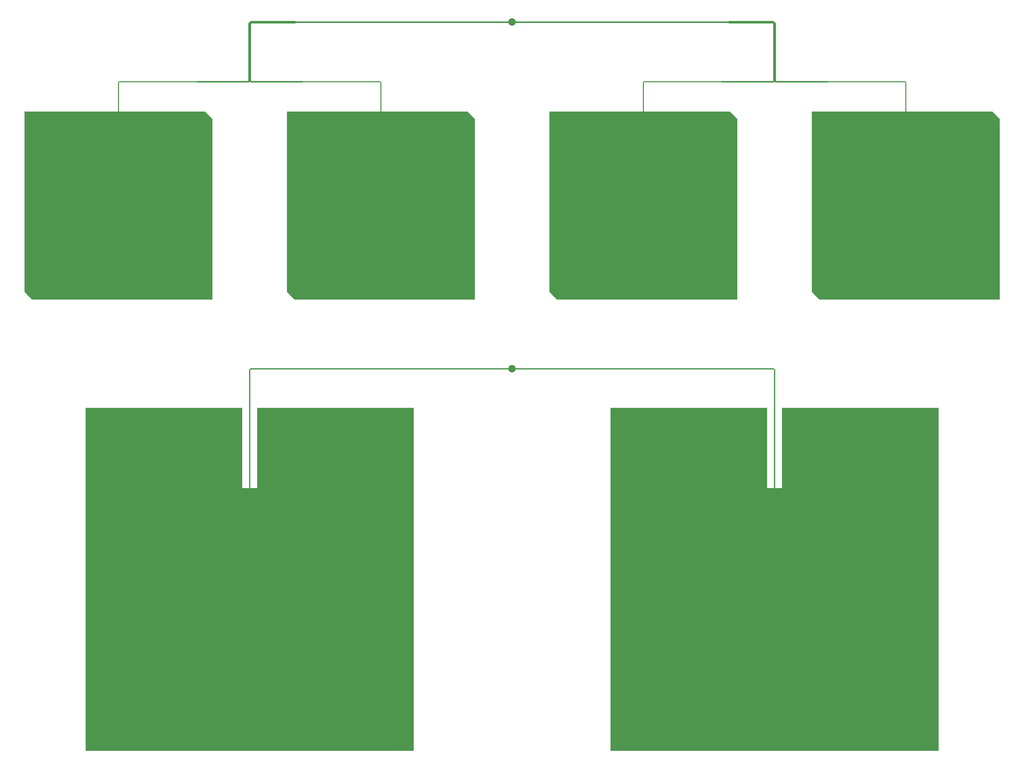
<source format=gtl>
G04 #@! TF.GenerationSoftware,KiCad,Pcbnew,no-vcs-found-7520~57~ubuntu14.04.1*
G04 #@! TF.CreationDate,2017-01-27T05:45:00+00:00*
G04 #@! TF.ProjectId,booster_panel,626F6F737465725F70616E656C2E6B69,rev?*
G04 #@! TF.FileFunction,Copper,L1,Top,Signal*
G04 #@! TF.FilePolarity,Positive*
%FSLAX46Y46*%
G04 Gerber Fmt 4.6, Leading zero omitted, Abs format (unit mm)*
G04 Created by KiCad (PCBNEW no-vcs-found-7520~57~ubuntu14.04.1) date Fri Jan 27 05:45:00 2017*
%MOMM*%
%LPD*%
G01*
G04 APERTURE LIST*
%ADD10C,0.100000*%
%ADD11C,2.500000*%
%ADD12C,0.050000*%
G04 APERTURE END LIST*
D10*
D11*
X235929200Y-64212700D03*
X235929200Y-180500000D03*
D12*
G36*
X236404200Y-63988700D02*
X236404680Y-63993577D01*
X236406103Y-63998267D01*
X236408413Y-64002589D01*
X236411522Y-64006378D01*
X236415311Y-64009487D01*
X236419633Y-64011797D01*
X236424323Y-64013220D01*
X236429200Y-64013700D01*
X308563800Y-64013700D01*
X308568677Y-64013220D01*
X308573367Y-64011797D01*
X308577689Y-64009487D01*
X308581478Y-64006378D01*
X308584587Y-64002589D01*
X308586897Y-63998267D01*
X308588320Y-63993577D01*
X308588800Y-63988700D01*
X308588800Y-63795700D01*
X323505444Y-63795700D01*
X324310800Y-64601056D01*
X324310800Y-83988700D01*
X324311280Y-83993577D01*
X324312703Y-83998267D01*
X324315013Y-84002589D01*
X324318122Y-84006378D01*
X324321911Y-84009487D01*
X324326233Y-84011797D01*
X324330923Y-84013220D01*
X324335800Y-84013700D01*
X341611100Y-84013700D01*
X341611100Y-84075200D01*
X341611580Y-84080077D01*
X341613003Y-84084767D01*
X341615313Y-84089089D01*
X341618422Y-84092878D01*
X341622211Y-84095987D01*
X341626533Y-84098297D01*
X341631223Y-84099720D01*
X341636100Y-84100200D01*
X367638344Y-84100200D01*
X367988600Y-84450456D01*
X367988600Y-94212700D01*
X367989080Y-94217577D01*
X367990503Y-94222267D01*
X367992813Y-94226589D01*
X367995922Y-94230378D01*
X367999711Y-94233487D01*
X368004033Y-94235797D01*
X368008723Y-94237220D01*
X368013600Y-94237700D01*
X396865744Y-94237700D01*
X399351100Y-96723056D01*
X399351100Y-157187700D01*
X338886456Y-157187700D01*
X336401100Y-154702344D01*
X336401100Y-94237700D01*
X367738600Y-94237700D01*
X367743477Y-94237220D01*
X367748167Y-94235797D01*
X367752489Y-94233487D01*
X367756278Y-94230378D01*
X367759387Y-94226589D01*
X367761697Y-94222267D01*
X367763120Y-94217577D01*
X367763600Y-94212700D01*
X367763600Y-84350200D01*
X367763120Y-84345323D01*
X367761697Y-84340633D01*
X367759387Y-84336311D01*
X367756278Y-84332522D01*
X367752489Y-84329413D01*
X367748167Y-84327103D01*
X367743477Y-84325680D01*
X367738600Y-84325200D01*
X341636100Y-84325200D01*
X341631223Y-84325680D01*
X341626533Y-84327103D01*
X341622211Y-84329413D01*
X341618422Y-84332522D01*
X341615313Y-84336311D01*
X341613003Y-84340633D01*
X341611580Y-84345323D01*
X341611100Y-84350200D01*
X341611100Y-84411700D01*
X324191856Y-84411700D01*
X323975178Y-84195022D01*
X323971389Y-84191913D01*
X323967067Y-84189603D01*
X323962377Y-84188180D01*
X323957500Y-84187700D01*
X323830100Y-84187700D01*
X323825223Y-84188180D01*
X323820533Y-84189603D01*
X323816211Y-84191913D01*
X323812422Y-84195022D01*
X323595744Y-84411700D01*
X306176500Y-84411700D01*
X306176500Y-84350200D01*
X306176020Y-84345323D01*
X306174597Y-84340633D01*
X306172287Y-84336311D01*
X306169178Y-84332522D01*
X306165389Y-84329413D01*
X306161067Y-84327103D01*
X306156377Y-84325680D01*
X306151500Y-84325200D01*
X280049000Y-84325200D01*
X280044123Y-84325680D01*
X280039433Y-84327103D01*
X280035111Y-84329413D01*
X280031322Y-84332522D01*
X280028213Y-84336311D01*
X280025903Y-84340633D01*
X280024480Y-84345323D01*
X280024000Y-84350200D01*
X280024000Y-94212700D01*
X280024480Y-94217577D01*
X280025903Y-94222267D01*
X280028213Y-94226589D01*
X280031322Y-94230378D01*
X280035111Y-94233487D01*
X280039433Y-94235797D01*
X280044123Y-94237220D01*
X280049000Y-94237700D01*
X308901144Y-94237700D01*
X311386500Y-96723056D01*
X311386500Y-157187700D01*
X250921856Y-157187700D01*
X248436500Y-154702344D01*
X248436500Y-94237700D01*
X279774000Y-94237700D01*
X279778877Y-94237220D01*
X279783567Y-94235797D01*
X279787889Y-94233487D01*
X279791678Y-94230378D01*
X279794787Y-94226589D01*
X279797097Y-94222267D01*
X279798520Y-94217577D01*
X279799000Y-94212700D01*
X279799000Y-84450456D01*
X280149256Y-84100200D01*
X306151500Y-84100200D01*
X306156377Y-84099720D01*
X306161067Y-84098297D01*
X306165389Y-84095987D01*
X306169178Y-84092878D01*
X306172287Y-84089089D01*
X306174597Y-84084767D01*
X306176020Y-84080077D01*
X306176500Y-84075200D01*
X306176500Y-84013700D01*
X323451800Y-84013700D01*
X323456677Y-84013220D01*
X323461367Y-84011797D01*
X323465689Y-84009487D01*
X323469478Y-84006378D01*
X323472587Y-84002589D01*
X323474897Y-83998267D01*
X323476320Y-83993577D01*
X323476800Y-83988700D01*
X323476800Y-64654700D01*
X323476320Y-64649823D01*
X323474897Y-64645133D01*
X323472587Y-64640811D01*
X323469478Y-64637022D01*
X323465689Y-64633913D01*
X323461367Y-64631603D01*
X323456677Y-64630180D01*
X323451800Y-64629700D01*
X308588800Y-64629700D01*
X308588800Y-64436700D01*
X308588320Y-64431823D01*
X308586897Y-64427133D01*
X308584587Y-64422811D01*
X308581478Y-64419022D01*
X308577689Y-64415913D01*
X308573367Y-64413603D01*
X308568677Y-64412180D01*
X308563800Y-64411700D01*
X236429200Y-64411700D01*
X236424323Y-64412180D01*
X236419633Y-64413603D01*
X236415311Y-64415913D01*
X236411522Y-64419022D01*
X236408413Y-64422811D01*
X236406103Y-64427133D01*
X236404680Y-64431823D01*
X236404200Y-64436700D01*
X236404200Y-64687700D01*
X235454200Y-64687700D01*
X235454200Y-64436700D01*
X235453720Y-64431823D01*
X235452297Y-64427133D01*
X235449987Y-64422811D01*
X235446878Y-64419022D01*
X235443089Y-64415913D01*
X235438767Y-64413603D01*
X235434077Y-64412180D01*
X235429200Y-64411700D01*
X163294600Y-64411700D01*
X163289723Y-64412180D01*
X163285033Y-64413603D01*
X163280711Y-64415913D01*
X163276922Y-64419022D01*
X163273813Y-64422811D01*
X163271503Y-64427133D01*
X163270080Y-64431823D01*
X163269600Y-64436700D01*
X163269600Y-64629700D01*
X148406600Y-64629700D01*
X148401723Y-64630180D01*
X148397033Y-64631603D01*
X148392711Y-64633913D01*
X148388922Y-64637022D01*
X148385813Y-64640811D01*
X148383503Y-64645133D01*
X148382080Y-64649823D01*
X148381600Y-64654700D01*
X148381600Y-83988700D01*
X148382080Y-83993577D01*
X148383503Y-83998267D01*
X148385813Y-84002589D01*
X148388922Y-84006378D01*
X148392711Y-84009487D01*
X148397033Y-84011797D01*
X148401723Y-84013220D01*
X148406600Y-84013700D01*
X165681900Y-84013700D01*
X165681900Y-84075200D01*
X165682380Y-84080077D01*
X165683803Y-84084767D01*
X165686113Y-84089089D01*
X165689222Y-84092878D01*
X165693011Y-84095987D01*
X165697333Y-84098297D01*
X165702023Y-84099720D01*
X165706900Y-84100200D01*
X191709144Y-84100200D01*
X192059400Y-84450456D01*
X192059400Y-94212700D01*
X192059880Y-94217577D01*
X192061303Y-94222267D01*
X192063613Y-94226589D01*
X192066722Y-94230378D01*
X192070511Y-94233487D01*
X192074833Y-94235797D01*
X192079523Y-94237220D01*
X192084400Y-94237700D01*
X220936544Y-94237700D01*
X223421900Y-96723056D01*
X223421900Y-157187700D01*
X162957256Y-157187700D01*
X160471900Y-154702344D01*
X160471900Y-94237700D01*
X191809400Y-94237700D01*
X191814277Y-94237220D01*
X191818967Y-94235797D01*
X191823289Y-94233487D01*
X191827078Y-94230378D01*
X191830187Y-94226589D01*
X191832497Y-94222267D01*
X191833920Y-94217577D01*
X191834400Y-94212700D01*
X191834400Y-84350200D01*
X191833920Y-84345323D01*
X191832497Y-84340633D01*
X191830187Y-84336311D01*
X191827078Y-84332522D01*
X191823289Y-84329413D01*
X191818967Y-84327103D01*
X191814277Y-84325680D01*
X191809400Y-84325200D01*
X165706900Y-84325200D01*
X165702023Y-84325680D01*
X165697333Y-84327103D01*
X165693011Y-84329413D01*
X165689222Y-84332522D01*
X165686113Y-84336311D01*
X165683803Y-84340633D01*
X165682380Y-84345323D01*
X165681900Y-84350200D01*
X165681900Y-84411700D01*
X148262656Y-84411700D01*
X148045978Y-84195022D01*
X148042189Y-84191913D01*
X148037867Y-84189603D01*
X148033177Y-84188180D01*
X148028300Y-84187700D01*
X147900900Y-84187700D01*
X147896023Y-84188180D01*
X147891333Y-84189603D01*
X147887011Y-84191913D01*
X147883222Y-84195022D01*
X147666544Y-84411700D01*
X130247300Y-84411700D01*
X130247300Y-84350200D01*
X130246820Y-84345323D01*
X130245397Y-84340633D01*
X130243087Y-84336311D01*
X130239978Y-84332522D01*
X130236189Y-84329413D01*
X130231867Y-84327103D01*
X130227177Y-84325680D01*
X130222300Y-84325200D01*
X104119800Y-84325200D01*
X104114923Y-84325680D01*
X104110233Y-84327103D01*
X104105911Y-84329413D01*
X104102122Y-84332522D01*
X104099013Y-84336311D01*
X104096703Y-84340633D01*
X104095280Y-84345323D01*
X104094800Y-84350200D01*
X104094800Y-94212700D01*
X104095280Y-94217577D01*
X104096703Y-94222267D01*
X104099013Y-94226589D01*
X104102122Y-94230378D01*
X104105911Y-94233487D01*
X104110233Y-94235797D01*
X104114923Y-94237220D01*
X104119800Y-94237700D01*
X132971944Y-94237700D01*
X135457300Y-96723056D01*
X135457300Y-157187700D01*
X74992656Y-157187700D01*
X72507300Y-154702344D01*
X72507300Y-94237700D01*
X103844800Y-94237700D01*
X103849677Y-94237220D01*
X103854367Y-94235797D01*
X103858689Y-94233487D01*
X103862478Y-94230378D01*
X103865587Y-94226589D01*
X103867897Y-94222267D01*
X103869320Y-94217577D01*
X103869800Y-94212700D01*
X103869800Y-84450456D01*
X104220056Y-84100200D01*
X130222300Y-84100200D01*
X130227177Y-84099720D01*
X130231867Y-84098297D01*
X130236189Y-84095987D01*
X130239978Y-84092878D01*
X130243087Y-84089089D01*
X130245397Y-84084767D01*
X130246820Y-84080077D01*
X130247300Y-84075200D01*
X130247300Y-84013700D01*
X147522600Y-84013700D01*
X147527477Y-84013220D01*
X147532167Y-84011797D01*
X147536489Y-84009487D01*
X147540278Y-84006378D01*
X147543387Y-84002589D01*
X147545697Y-83998267D01*
X147547120Y-83993577D01*
X147547600Y-83988700D01*
X147547600Y-64601056D01*
X148352956Y-63795700D01*
X163269600Y-63795700D01*
X163269600Y-63988700D01*
X163270080Y-63993577D01*
X163271503Y-63998267D01*
X163273813Y-64002589D01*
X163276922Y-64006378D01*
X163280711Y-64009487D01*
X163285033Y-64011797D01*
X163289723Y-64013220D01*
X163294600Y-64013700D01*
X235429200Y-64013700D01*
X235434077Y-64013220D01*
X235438767Y-64011797D01*
X235443089Y-64009487D01*
X235446878Y-64006378D01*
X235449987Y-64002589D01*
X235452297Y-63998267D01*
X235453720Y-63993577D01*
X235454200Y-63988700D01*
X235454200Y-63737700D01*
X236404200Y-63737700D01*
X236404200Y-63988700D01*
X236404200Y-63988700D01*
G37*
X236404200Y-63988700D02*
X236404680Y-63993577D01*
X236406103Y-63998267D01*
X236408413Y-64002589D01*
X236411522Y-64006378D01*
X236415311Y-64009487D01*
X236419633Y-64011797D01*
X236424323Y-64013220D01*
X236429200Y-64013700D01*
X308563800Y-64013700D01*
X308568677Y-64013220D01*
X308573367Y-64011797D01*
X308577689Y-64009487D01*
X308581478Y-64006378D01*
X308584587Y-64002589D01*
X308586897Y-63998267D01*
X308588320Y-63993577D01*
X308588800Y-63988700D01*
X308588800Y-63795700D01*
X323505444Y-63795700D01*
X324310800Y-64601056D01*
X324310800Y-83988700D01*
X324311280Y-83993577D01*
X324312703Y-83998267D01*
X324315013Y-84002589D01*
X324318122Y-84006378D01*
X324321911Y-84009487D01*
X324326233Y-84011797D01*
X324330923Y-84013220D01*
X324335800Y-84013700D01*
X341611100Y-84013700D01*
X341611100Y-84075200D01*
X341611580Y-84080077D01*
X341613003Y-84084767D01*
X341615313Y-84089089D01*
X341618422Y-84092878D01*
X341622211Y-84095987D01*
X341626533Y-84098297D01*
X341631223Y-84099720D01*
X341636100Y-84100200D01*
X367638344Y-84100200D01*
X367988600Y-84450456D01*
X367988600Y-94212700D01*
X367989080Y-94217577D01*
X367990503Y-94222267D01*
X367992813Y-94226589D01*
X367995922Y-94230378D01*
X367999711Y-94233487D01*
X368004033Y-94235797D01*
X368008723Y-94237220D01*
X368013600Y-94237700D01*
X396865744Y-94237700D01*
X399351100Y-96723056D01*
X399351100Y-157187700D01*
X338886456Y-157187700D01*
X336401100Y-154702344D01*
X336401100Y-94237700D01*
X367738600Y-94237700D01*
X367743477Y-94237220D01*
X367748167Y-94235797D01*
X367752489Y-94233487D01*
X367756278Y-94230378D01*
X367759387Y-94226589D01*
X367761697Y-94222267D01*
X367763120Y-94217577D01*
X367763600Y-94212700D01*
X367763600Y-84350200D01*
X367763120Y-84345323D01*
X367761697Y-84340633D01*
X367759387Y-84336311D01*
X367756278Y-84332522D01*
X367752489Y-84329413D01*
X367748167Y-84327103D01*
X367743477Y-84325680D01*
X367738600Y-84325200D01*
X341636100Y-84325200D01*
X341631223Y-84325680D01*
X341626533Y-84327103D01*
X341622211Y-84329413D01*
X341618422Y-84332522D01*
X341615313Y-84336311D01*
X341613003Y-84340633D01*
X341611580Y-84345323D01*
X341611100Y-84350200D01*
X341611100Y-84411700D01*
X324191856Y-84411700D01*
X323975178Y-84195022D01*
X323971389Y-84191913D01*
X323967067Y-84189603D01*
X323962377Y-84188180D01*
X323957500Y-84187700D01*
X323830100Y-84187700D01*
X323825223Y-84188180D01*
X323820533Y-84189603D01*
X323816211Y-84191913D01*
X323812422Y-84195022D01*
X323595744Y-84411700D01*
X306176500Y-84411700D01*
X306176500Y-84350200D01*
X306176020Y-84345323D01*
X306174597Y-84340633D01*
X306172287Y-84336311D01*
X306169178Y-84332522D01*
X306165389Y-84329413D01*
X306161067Y-84327103D01*
X306156377Y-84325680D01*
X306151500Y-84325200D01*
X280049000Y-84325200D01*
X280044123Y-84325680D01*
X280039433Y-84327103D01*
X280035111Y-84329413D01*
X280031322Y-84332522D01*
X280028213Y-84336311D01*
X280025903Y-84340633D01*
X280024480Y-84345323D01*
X280024000Y-84350200D01*
X280024000Y-94212700D01*
X280024480Y-94217577D01*
X280025903Y-94222267D01*
X280028213Y-94226589D01*
X280031322Y-94230378D01*
X280035111Y-94233487D01*
X280039433Y-94235797D01*
X280044123Y-94237220D01*
X280049000Y-94237700D01*
X308901144Y-94237700D01*
X311386500Y-96723056D01*
X311386500Y-157187700D01*
X250921856Y-157187700D01*
X248436500Y-154702344D01*
X248436500Y-94237700D01*
X279774000Y-94237700D01*
X279778877Y-94237220D01*
X279783567Y-94235797D01*
X279787889Y-94233487D01*
X279791678Y-94230378D01*
X279794787Y-94226589D01*
X279797097Y-94222267D01*
X279798520Y-94217577D01*
X279799000Y-94212700D01*
X279799000Y-84450456D01*
X280149256Y-84100200D01*
X306151500Y-84100200D01*
X306156377Y-84099720D01*
X306161067Y-84098297D01*
X306165389Y-84095987D01*
X306169178Y-84092878D01*
X306172287Y-84089089D01*
X306174597Y-84084767D01*
X306176020Y-84080077D01*
X306176500Y-84075200D01*
X306176500Y-84013700D01*
X323451800Y-84013700D01*
X323456677Y-84013220D01*
X323461367Y-84011797D01*
X323465689Y-84009487D01*
X323469478Y-84006378D01*
X323472587Y-84002589D01*
X323474897Y-83998267D01*
X323476320Y-83993577D01*
X323476800Y-83988700D01*
X323476800Y-64654700D01*
X323476320Y-64649823D01*
X323474897Y-64645133D01*
X323472587Y-64640811D01*
X323469478Y-64637022D01*
X323465689Y-64633913D01*
X323461367Y-64631603D01*
X323456677Y-64630180D01*
X323451800Y-64629700D01*
X308588800Y-64629700D01*
X308588800Y-64436700D01*
X308588320Y-64431823D01*
X308586897Y-64427133D01*
X308584587Y-64422811D01*
X308581478Y-64419022D01*
X308577689Y-64415913D01*
X308573367Y-64413603D01*
X308568677Y-64412180D01*
X308563800Y-64411700D01*
X236429200Y-64411700D01*
X236424323Y-64412180D01*
X236419633Y-64413603D01*
X236415311Y-64415913D01*
X236411522Y-64419022D01*
X236408413Y-64422811D01*
X236406103Y-64427133D01*
X236404680Y-64431823D01*
X236404200Y-64436700D01*
X236404200Y-64687700D01*
X235454200Y-64687700D01*
X235454200Y-64436700D01*
X235453720Y-64431823D01*
X235452297Y-64427133D01*
X235449987Y-64422811D01*
X235446878Y-64419022D01*
X235443089Y-64415913D01*
X235438767Y-64413603D01*
X235434077Y-64412180D01*
X235429200Y-64411700D01*
X163294600Y-64411700D01*
X163289723Y-64412180D01*
X163285033Y-64413603D01*
X163280711Y-64415913D01*
X163276922Y-64419022D01*
X163273813Y-64422811D01*
X163271503Y-64427133D01*
X163270080Y-64431823D01*
X163269600Y-64436700D01*
X163269600Y-64629700D01*
X148406600Y-64629700D01*
X148401723Y-64630180D01*
X148397033Y-64631603D01*
X148392711Y-64633913D01*
X148388922Y-64637022D01*
X148385813Y-64640811D01*
X148383503Y-64645133D01*
X148382080Y-64649823D01*
X148381600Y-64654700D01*
X148381600Y-83988700D01*
X148382080Y-83993577D01*
X148383503Y-83998267D01*
X148385813Y-84002589D01*
X148388922Y-84006378D01*
X148392711Y-84009487D01*
X148397033Y-84011797D01*
X148401723Y-84013220D01*
X148406600Y-84013700D01*
X165681900Y-84013700D01*
X165681900Y-84075200D01*
X165682380Y-84080077D01*
X165683803Y-84084767D01*
X165686113Y-84089089D01*
X165689222Y-84092878D01*
X165693011Y-84095987D01*
X165697333Y-84098297D01*
X165702023Y-84099720D01*
X165706900Y-84100200D01*
X191709144Y-84100200D01*
X192059400Y-84450456D01*
X192059400Y-94212700D01*
X192059880Y-94217577D01*
X192061303Y-94222267D01*
X192063613Y-94226589D01*
X192066722Y-94230378D01*
X192070511Y-94233487D01*
X192074833Y-94235797D01*
X192079523Y-94237220D01*
X192084400Y-94237700D01*
X220936544Y-94237700D01*
X223421900Y-96723056D01*
X223421900Y-157187700D01*
X162957256Y-157187700D01*
X160471900Y-154702344D01*
X160471900Y-94237700D01*
X191809400Y-94237700D01*
X191814277Y-94237220D01*
X191818967Y-94235797D01*
X191823289Y-94233487D01*
X191827078Y-94230378D01*
X191830187Y-94226589D01*
X191832497Y-94222267D01*
X191833920Y-94217577D01*
X191834400Y-94212700D01*
X191834400Y-84350200D01*
X191833920Y-84345323D01*
X191832497Y-84340633D01*
X191830187Y-84336311D01*
X191827078Y-84332522D01*
X191823289Y-84329413D01*
X191818967Y-84327103D01*
X191814277Y-84325680D01*
X191809400Y-84325200D01*
X165706900Y-84325200D01*
X165702023Y-84325680D01*
X165697333Y-84327103D01*
X165693011Y-84329413D01*
X165689222Y-84332522D01*
X165686113Y-84336311D01*
X165683803Y-84340633D01*
X165682380Y-84345323D01*
X165681900Y-84350200D01*
X165681900Y-84411700D01*
X148262656Y-84411700D01*
X148045978Y-84195022D01*
X148042189Y-84191913D01*
X148037867Y-84189603D01*
X148033177Y-84188180D01*
X148028300Y-84187700D01*
X147900900Y-84187700D01*
X147896023Y-84188180D01*
X147891333Y-84189603D01*
X147887011Y-84191913D01*
X147883222Y-84195022D01*
X147666544Y-84411700D01*
X130247300Y-84411700D01*
X130247300Y-84350200D01*
X130246820Y-84345323D01*
X130245397Y-84340633D01*
X130243087Y-84336311D01*
X130239978Y-84332522D01*
X130236189Y-84329413D01*
X130231867Y-84327103D01*
X130227177Y-84325680D01*
X130222300Y-84325200D01*
X104119800Y-84325200D01*
X104114923Y-84325680D01*
X104110233Y-84327103D01*
X104105911Y-84329413D01*
X104102122Y-84332522D01*
X104099013Y-84336311D01*
X104096703Y-84340633D01*
X104095280Y-84345323D01*
X104094800Y-84350200D01*
X104094800Y-94212700D01*
X104095280Y-94217577D01*
X104096703Y-94222267D01*
X104099013Y-94226589D01*
X104102122Y-94230378D01*
X104105911Y-94233487D01*
X104110233Y-94235797D01*
X104114923Y-94237220D01*
X104119800Y-94237700D01*
X132971944Y-94237700D01*
X135457300Y-96723056D01*
X135457300Y-157187700D01*
X74992656Y-157187700D01*
X72507300Y-154702344D01*
X72507300Y-94237700D01*
X103844800Y-94237700D01*
X103849677Y-94237220D01*
X103854367Y-94235797D01*
X103858689Y-94233487D01*
X103862478Y-94230378D01*
X103865587Y-94226589D01*
X103867897Y-94222267D01*
X103869320Y-94217577D01*
X103869800Y-94212700D01*
X103869800Y-84450456D01*
X104220056Y-84100200D01*
X130222300Y-84100200D01*
X130227177Y-84099720D01*
X130231867Y-84098297D01*
X130236189Y-84095987D01*
X130239978Y-84092878D01*
X130243087Y-84089089D01*
X130245397Y-84084767D01*
X130246820Y-84080077D01*
X130247300Y-84075200D01*
X130247300Y-84013700D01*
X147522600Y-84013700D01*
X147527477Y-84013220D01*
X147532167Y-84011797D01*
X147536489Y-84009487D01*
X147540278Y-84006378D01*
X147543387Y-84002589D01*
X147545697Y-83998267D01*
X147547120Y-83993577D01*
X147547600Y-83988700D01*
X147547600Y-64601056D01*
X148352956Y-63795700D01*
X163269600Y-63795700D01*
X163269600Y-63988700D01*
X163270080Y-63993577D01*
X163271503Y-63998267D01*
X163273813Y-64002589D01*
X163276922Y-64006378D01*
X163280711Y-64009487D01*
X163285033Y-64011797D01*
X163289723Y-64013220D01*
X163294600Y-64013700D01*
X235429200Y-64013700D01*
X235434077Y-64013220D01*
X235438767Y-64011797D01*
X235443089Y-64009487D01*
X235446878Y-64006378D01*
X235449987Y-64002589D01*
X235452297Y-63998267D01*
X235453720Y-63993577D01*
X235454200Y-63988700D01*
X235454200Y-63737700D01*
X236404200Y-63737700D01*
X236404200Y-63988700D01*
G36*
X236404200Y-180276000D02*
X236404680Y-180280877D01*
X236406103Y-180285567D01*
X236408413Y-180289889D01*
X236411522Y-180293678D01*
X236415311Y-180296787D01*
X236419633Y-180299097D01*
X236424323Y-180300520D01*
X236429200Y-180301000D01*
X323595744Y-180301000D01*
X324092800Y-180798056D01*
X324092800Y-220500000D01*
X324093280Y-220504877D01*
X324094703Y-220509567D01*
X324097013Y-220513889D01*
X324100122Y-220517678D01*
X324103911Y-220520787D01*
X324108233Y-220523097D01*
X324112923Y-220524520D01*
X324117800Y-220525000D01*
X326393800Y-220525000D01*
X326398677Y-220524520D01*
X326403367Y-220523097D01*
X326407689Y-220520787D01*
X326411478Y-220517678D01*
X326414587Y-220513889D01*
X326416897Y-220509567D01*
X326418320Y-220504877D01*
X326418800Y-220500000D01*
X326418800Y-193666800D01*
X378868800Y-193666800D01*
X378868800Y-308616800D01*
X268918800Y-308616800D01*
X268918800Y-193666800D01*
X321368800Y-193666800D01*
X321368800Y-220500000D01*
X321369280Y-220504877D01*
X321370703Y-220509567D01*
X321373013Y-220513889D01*
X321376122Y-220517678D01*
X321379911Y-220520787D01*
X321384233Y-220523097D01*
X321388923Y-220524520D01*
X321393800Y-220525000D01*
X323669800Y-220525000D01*
X323674677Y-220524520D01*
X323679367Y-220523097D01*
X323683689Y-220520787D01*
X323687478Y-220517678D01*
X323690587Y-220513889D01*
X323692897Y-220509567D01*
X323694320Y-220504877D01*
X323694800Y-220500000D01*
X323694800Y-180724000D01*
X323694320Y-180719123D01*
X323692897Y-180714433D01*
X323690587Y-180710111D01*
X323687478Y-180706322D01*
X323683689Y-180703213D01*
X323679367Y-180700903D01*
X323674677Y-180699480D01*
X323669800Y-180699000D01*
X236429200Y-180699000D01*
X236424323Y-180699480D01*
X236419633Y-180700903D01*
X236415311Y-180703213D01*
X236411522Y-180706322D01*
X236408413Y-180710111D01*
X236406103Y-180714433D01*
X236404680Y-180719123D01*
X236404200Y-180724000D01*
X236404200Y-180975000D01*
X235454200Y-180975000D01*
X235454200Y-180724000D01*
X235453720Y-180719123D01*
X235452297Y-180714433D01*
X235449987Y-180710111D01*
X235446878Y-180706322D01*
X235443089Y-180703213D01*
X235438767Y-180700903D01*
X235434077Y-180699480D01*
X235429200Y-180699000D01*
X148188600Y-180699000D01*
X148183723Y-180699480D01*
X148179033Y-180700903D01*
X148174711Y-180703213D01*
X148170922Y-180706322D01*
X148167813Y-180710111D01*
X148165503Y-180714433D01*
X148164080Y-180719123D01*
X148163600Y-180724000D01*
X148163600Y-220500000D01*
X148164080Y-220504877D01*
X148165503Y-220509567D01*
X148167813Y-220513889D01*
X148170922Y-220517678D01*
X148174711Y-220520787D01*
X148179033Y-220523097D01*
X148183723Y-220524520D01*
X148188600Y-220525000D01*
X150464600Y-220525000D01*
X150469477Y-220524520D01*
X150474167Y-220523097D01*
X150478489Y-220520787D01*
X150482278Y-220517678D01*
X150485387Y-220513889D01*
X150487697Y-220509567D01*
X150489120Y-220504877D01*
X150489600Y-220500000D01*
X150489600Y-193666800D01*
X202939600Y-193666800D01*
X202939600Y-308616800D01*
X92989600Y-308616800D01*
X92989600Y-193666800D01*
X145439600Y-193666800D01*
X145439600Y-220500000D01*
X145440080Y-220504877D01*
X145441503Y-220509567D01*
X145443813Y-220513889D01*
X145446922Y-220517678D01*
X145450711Y-220520787D01*
X145455033Y-220523097D01*
X145459723Y-220524520D01*
X145464600Y-220525000D01*
X147740600Y-220525000D01*
X147745477Y-220524520D01*
X147750167Y-220523097D01*
X147754489Y-220520787D01*
X147758278Y-220517678D01*
X147761387Y-220513889D01*
X147763697Y-220509567D01*
X147765120Y-220504877D01*
X147765600Y-220500000D01*
X147765600Y-180798056D01*
X148262656Y-180301000D01*
X235429200Y-180301000D01*
X235434077Y-180300520D01*
X235438767Y-180299097D01*
X235443089Y-180296787D01*
X235446878Y-180293678D01*
X235449987Y-180289889D01*
X235452297Y-180285567D01*
X235453720Y-180280877D01*
X235454200Y-180276000D01*
X235454200Y-180025000D01*
X236404200Y-180025000D01*
X236404200Y-180276000D01*
X236404200Y-180276000D01*
G37*
X236404200Y-180276000D02*
X236404680Y-180280877D01*
X236406103Y-180285567D01*
X236408413Y-180289889D01*
X236411522Y-180293678D01*
X236415311Y-180296787D01*
X236419633Y-180299097D01*
X236424323Y-180300520D01*
X236429200Y-180301000D01*
X323595744Y-180301000D01*
X324092800Y-180798056D01*
X324092800Y-220500000D01*
X324093280Y-220504877D01*
X324094703Y-220509567D01*
X324097013Y-220513889D01*
X324100122Y-220517678D01*
X324103911Y-220520787D01*
X324108233Y-220523097D01*
X324112923Y-220524520D01*
X324117800Y-220525000D01*
X326393800Y-220525000D01*
X326398677Y-220524520D01*
X326403367Y-220523097D01*
X326407689Y-220520787D01*
X326411478Y-220517678D01*
X326414587Y-220513889D01*
X326416897Y-220509567D01*
X326418320Y-220504877D01*
X326418800Y-220500000D01*
X326418800Y-193666800D01*
X378868800Y-193666800D01*
X378868800Y-308616800D01*
X268918800Y-308616800D01*
X268918800Y-193666800D01*
X321368800Y-193666800D01*
X321368800Y-220500000D01*
X321369280Y-220504877D01*
X321370703Y-220509567D01*
X321373013Y-220513889D01*
X321376122Y-220517678D01*
X321379911Y-220520787D01*
X321384233Y-220523097D01*
X321388923Y-220524520D01*
X321393800Y-220525000D01*
X323669800Y-220525000D01*
X323674677Y-220524520D01*
X323679367Y-220523097D01*
X323683689Y-220520787D01*
X323687478Y-220517678D01*
X323690587Y-220513889D01*
X323692897Y-220509567D01*
X323694320Y-220504877D01*
X323694800Y-220500000D01*
X323694800Y-180724000D01*
X323694320Y-180719123D01*
X323692897Y-180714433D01*
X323690587Y-180710111D01*
X323687478Y-180706322D01*
X323683689Y-180703213D01*
X323679367Y-180700903D01*
X323674677Y-180699480D01*
X323669800Y-180699000D01*
X236429200Y-180699000D01*
X236424323Y-180699480D01*
X236419633Y-180700903D01*
X236415311Y-180703213D01*
X236411522Y-180706322D01*
X236408413Y-180710111D01*
X236406103Y-180714433D01*
X236404680Y-180719123D01*
X236404200Y-180724000D01*
X236404200Y-180975000D01*
X235454200Y-180975000D01*
X235454200Y-180724000D01*
X235453720Y-180719123D01*
X235452297Y-180714433D01*
X235449987Y-180710111D01*
X235446878Y-180706322D01*
X235443089Y-180703213D01*
X235438767Y-180700903D01*
X235434077Y-180699480D01*
X235429200Y-180699000D01*
X148188600Y-180699000D01*
X148183723Y-180699480D01*
X148179033Y-180700903D01*
X148174711Y-180703213D01*
X148170922Y-180706322D01*
X148167813Y-180710111D01*
X148165503Y-180714433D01*
X148164080Y-180719123D01*
X148163600Y-180724000D01*
X148163600Y-220500000D01*
X148164080Y-220504877D01*
X148165503Y-220509567D01*
X148167813Y-220513889D01*
X148170922Y-220517678D01*
X148174711Y-220520787D01*
X148179033Y-220523097D01*
X148183723Y-220524520D01*
X148188600Y-220525000D01*
X150464600Y-220525000D01*
X150469477Y-220524520D01*
X150474167Y-220523097D01*
X150478489Y-220520787D01*
X150482278Y-220517678D01*
X150485387Y-220513889D01*
X150487697Y-220509567D01*
X150489120Y-220504877D01*
X150489600Y-220500000D01*
X150489600Y-193666800D01*
X202939600Y-193666800D01*
X202939600Y-308616800D01*
X92989600Y-308616800D01*
X92989600Y-193666800D01*
X145439600Y-193666800D01*
X145439600Y-220500000D01*
X145440080Y-220504877D01*
X145441503Y-220509567D01*
X145443813Y-220513889D01*
X145446922Y-220517678D01*
X145450711Y-220520787D01*
X145455033Y-220523097D01*
X145459723Y-220524520D01*
X145464600Y-220525000D01*
X147740600Y-220525000D01*
X147745477Y-220524520D01*
X147750167Y-220523097D01*
X147754489Y-220520787D01*
X147758278Y-220517678D01*
X147761387Y-220513889D01*
X147763697Y-220509567D01*
X147765120Y-220504877D01*
X147765600Y-220500000D01*
X147765600Y-180798056D01*
X148262656Y-180301000D01*
X235429200Y-180301000D01*
X235434077Y-180300520D01*
X235438767Y-180299097D01*
X235443089Y-180296787D01*
X235446878Y-180293678D01*
X235449987Y-180289889D01*
X235452297Y-180285567D01*
X235453720Y-180280877D01*
X235454200Y-180276000D01*
X235454200Y-180025000D01*
X236404200Y-180025000D01*
X236404200Y-180276000D01*
M02*

</source>
